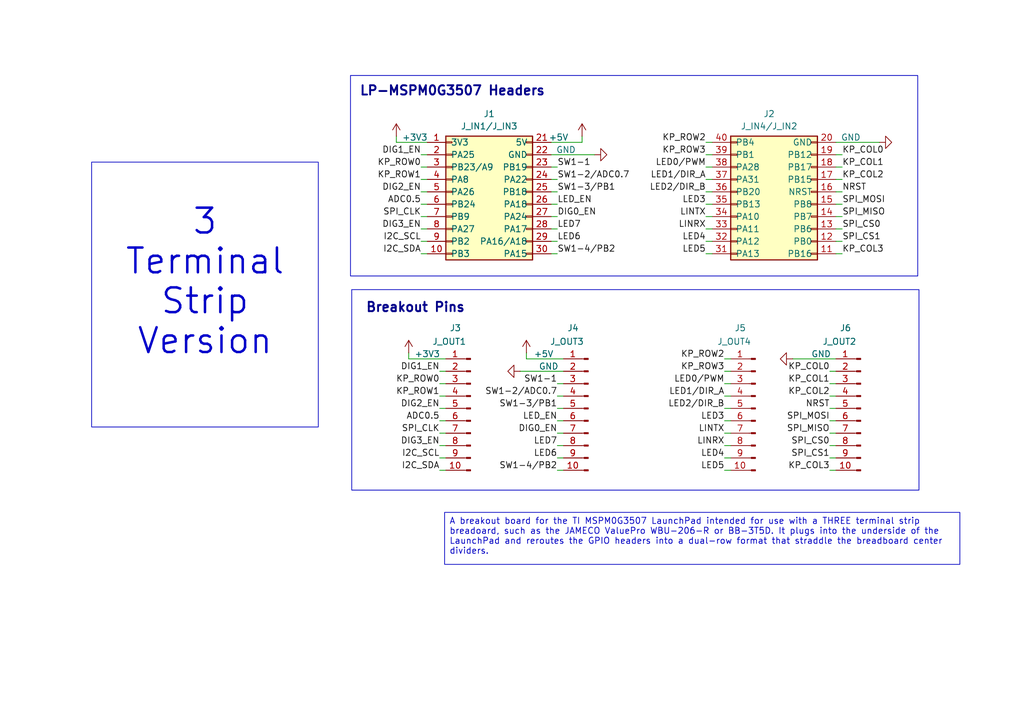
<source format=kicad_sch>
(kicad_sch (version 20250114) (generator "eeschema") (generator_version "9.0")
  (paper "A5")
  (title_block (title "CSC_202_LP_MSPM0G3507_3TERM_BREAKOUT") (company "MCC"))
  (lib_symbols
    (symbol "Conn_02x10_Counter_Clockwise_4" (pin_names (offset 1.016))
      (property "Reference" "J?" (at -2.54 16.002 0))
      (property "Value" "GPIO0" (at -2.54 13.462 0))
      (symbol "Conn_02x10_Counter_Clockwise_4_1_1"
        (rectangle (start -11.43 11.43) (end 6.35 -13.97) (stroke (width 0.254)) (fill (type background)))
        (rectangle (start -11.43 10.287) (end -10.16 10.033) (stroke (width 0.1524)))
        (rectangle (start -11.43 7.747) (end -10.16 7.493) (stroke (width 0.1524)))
        (rectangle (start -11.43 5.207) (end -10.16 4.953) (stroke (width 0.1524)))
        (rectangle (start -11.43 2.667) (end -10.16 2.413) (stroke (width 0.1524)))
        (rectangle (start -11.43 0.127) (end -10.16 -0.127) (stroke (width 0.1524)))
        (rectangle (start -11.43 -2.413) (end -10.16 -2.667) (stroke (width 0.1524)))
        (rectangle (start -11.43 -4.953) (end -10.16 -5.207) (stroke (width 0.1524)))
        (rectangle (start -11.43 -7.493) (end -10.16 -7.747) (stroke (width 0.1524)))
        (rectangle (start -11.43 -10.033) (end -10.16 -10.287) (stroke (width 0.1524)))
        (rectangle (start -11.43 -12.573) (end -10.16 -12.827) (stroke (width 0.1524)))
        (rectangle (start 6.35 10.287) (end 5.08 10.033) (stroke (width 0.1524)))
        (rectangle (start 6.35 7.747) (end 5.08 7.493) (stroke (width 0.1524)))
        (rectangle (start 6.35 5.207) (end 5.08 4.953) (stroke (width 0.1524)))
        (rectangle (start 6.35 2.667) (end 5.08 2.413) (stroke (width 0.1524)))
        (rectangle (start 6.35 0.127) (end 5.08 -0.127) (stroke (width 0.1524)))
        (rectangle (start 6.35 -2.413) (end 5.08 -2.667) (stroke (width 0.1524)))
        (rectangle (start 6.35 -4.953) (end 5.08 -5.207) (stroke (width 0.1524)))
        (rectangle (start 6.35 -7.493) (end 5.08 -7.747) (stroke (width 0.1524)))
        (rectangle (start 6.35 -10.033) (end 5.08 -10.287) (stroke (width 0.1524)))
        (rectangle (start 6.35 -12.573) (end 5.08 -12.827) (stroke (width 0.1524)))
        (pin passive line (at -15.24 10.16 0) (length 3.81) (name "3V3") (number "1"))
        (pin passive line (at -15.24 7.62 0) (length 3.81) (name "PA25") (number "2"))
        (pin passive line (at -15.24 5.08 0) (length 3.81) (name "PB23/A9") (number "3"))
        (pin passive line (at -15.24 2.54 0) (length 3.81) (name "PA8") (number "4"))
        (pin passive line (at -15.24 0 0) (length 3.81) (name "PA26") (number "5"))
        (pin passive line (at -15.24 -2.54 0) (length 3.81) (name "PB24") (number "6"))
        (pin passive line (at -15.24 -5.08 0) (length 3.81) (name "PB9") (number "7"))
        (pin passive line (at -15.24 -7.62 0) (length 3.81) (name "PA27") (number "8"))
        (pin passive line (at -15.24 -10.16 0) (length 3.81) (name "PB2") (number "9"))
        (pin passive line (at -15.24 -12.7 0) (length 3.81) (name "PB3") (number "10"))
        (pin passive line (at 10.16 10.16 180) (length 3.81) (name "5V") (number "21"))
        (pin passive line (at 10.16 7.62 180) (length 3.81) (name "GND") (number "22"))
        (pin passive line (at 10.16 5.08 180) (length 3.81) (name "PB19") (number "23"))
        (pin passive line (at 10.16 2.54 180) (length 3.81) (name "PA22") (number "24"))
        (pin passive line (at 10.16 0 180) (length 3.81) (name "PB18") (number "25"))
        (pin passive line (at 10.16 -2.54 180) (length 3.81) (name "PA18") (number "26"))
        (pin passive line (at 10.16 -5.08 180) (length 3.81) (name "PA24") (number "27"))
        (pin passive line (at 10.16 -7.62 180) (length 3.81) (name "PA17") (number "28"))
        (pin passive line (at 10.16 -10.16 180) (length 3.81) (name "PA16/A18") (number "29"))
        (pin passive line (at 10.16 -12.7 180) (length 3.81) (name "PA15") (number "30"))
      )
    )
    (symbol "Conn_02x10_Counter_Clockwise_5" (pin_names (offset 1.016))
      (symbol "Conn_02x10_Counter_Clockwise_5_1_1"
        (rectangle (start -8.89 11.43) (end 8.89 -13.97) (stroke (width 0.254)) (fill (type background)))
        (rectangle (start -8.89 10.287) (end -7.62 10.033) (stroke (width 0.1524)))
        (rectangle (start -8.89 7.747) (end -7.62 7.493) (stroke (width 0.1524)))
        (rectangle (start -8.89 5.207) (end -7.62 4.953) (stroke (width 0.1524)))
        (rectangle (start -8.89 2.667) (end -7.62 2.413) (stroke (width 0.1524)))
        (rectangle (start -8.89 0.127) (end -7.62 -0.127) (stroke (width 0.1524)))
        (rectangle (start -8.89 -2.413) (end -7.62 -2.667) (stroke (width 0.1524)))
        (rectangle (start -8.89 -4.953) (end -7.62 -5.207) (stroke (width 0.1524)))
        (rectangle (start -8.89 -7.493) (end -7.62 -7.747) (stroke (width 0.1524)))
        (rectangle (start -8.89 -10.033) (end -7.62 -10.287) (stroke (width 0.1524)))
        (rectangle (start -8.89 -12.573) (end -7.62 -12.827) (stroke (width 0.1524)))
        (rectangle (start 8.89 10.287) (end 7.62 10.033) (stroke (width 0.1524)))
        (rectangle (start 8.89 7.747) (end 7.62 7.493) (stroke (width 0.1524)))
        (rectangle (start 8.89 5.207) (end 7.62 4.953) (stroke (width 0.1524)))
        (rectangle (start 8.89 2.667) (end 7.62 2.413) (stroke (width 0.1524)))
        (rectangle (start 8.89 0.127) (end 7.62 -0.127) (stroke (width 0.1524)))
        (rectangle (start 8.89 -2.413) (end 7.62 -2.667) (stroke (width 0.1524)))
        (rectangle (start 8.89 -4.953) (end 7.62 -5.207) (stroke (width 0.1524)))
        (rectangle (start 8.89 -7.493) (end 7.62 -7.747) (stroke (width 0.1524)))
        (rectangle (start 8.89 -10.033) (end 7.62 -10.287) (stroke (width 0.1524)))
        (rectangle (start 8.89 -12.573) (end 7.62 -12.827) (stroke (width 0.1524)))
        (pin passive line (at -12.7 10.16 0) (length 3.81) (name "PB4") (number "40"))
        (pin passive line (at -12.7 7.62 0) (length 3.81) (name "PB1") (number "39"))
        (pin passive line (at -12.7 5.08 0) (length 3.81) (name "PA28") (number "38"))
        (pin passive line (at -12.7 2.54 0) (length 3.81) (name "PA31") (number "37"))
        (pin passive line (at -12.7 0 0) (length 3.81) (name "PB20") (number "36"))
        (pin passive line (at -12.7 -2.54 0) (length 3.81) (name "PB13") (number "35"))
        (pin passive line (at -12.7 -5.08 0) (length 3.81) (name "PA10") (number "34"))
        (pin passive line (at -12.7 -7.62 0) (length 3.81) (name "PA11") (number "33"))
        (pin passive line (at -12.7 -10.16 0) (length 3.81) (name "PA12") (number "32"))
        (pin passive line (at -12.7 -12.7 0) (length 3.81) (name "PA13") (number "31"))
        (pin passive line (at 12.7 10.16 180) (length 3.81) (name "GND") (number "20"))
        (pin passive line (at 12.7 7.62 180) (length 3.81) (name "PB12") (number "19"))
        (pin passive line (at 12.7 5.08 180) (length 3.81) (name "PB17") (number "18"))
        (pin passive line (at 12.7 2.54 180) (length 3.81) (name "PB15") (number "17"))
        (pin passive line (at 12.7 0 180) (length 3.81) (name "NRST") (number "16"))
        (pin passive line (at 12.7 -2.54 180) (length 3.81) (name "PB8") (number "15"))
        (pin passive line (at 12.7 -5.08 180) (length 3.81) (name "PB7") (number "14"))
        (pin passive line (at 12.7 -7.62 180) (length 3.81) (name "PB6") (number "13"))
        (pin passive line (at 12.7 -10.16 180) (length 3.81) (name "PB0") (number "12"))
        (pin passive line (at 12.7 -12.7 180) (length 3.81) (name "PB16") (number "11"))
      )
    )
    (symbol "Connector:Conn_01x10_Pin" (pin_names (offset 1.016) (hide yes))
      (property "Reference" "J" (at 0 12.7 0))
      (property "Value" "Conn_01x10_Pin" (at 0 -15.24 0))
      (symbol "Conn_01x10_Pin_1_1"
        (rectangle (start 0.8636 10.287) (end 0 10.033) (stroke (width 0.1524)) (fill (type outline)))
        (rectangle (start 0.8636 7.747) (end 0 7.493) (stroke (width 0.1524)) (fill (type outline)))
        (rectangle (start 0.8636 5.207) (end 0 4.953) (stroke (width 0.1524)) (fill (type outline)))
        (rectangle (start 0.8636 2.667) (end 0 2.413) (stroke (width 0.1524)) (fill (type outline)))
        (rectangle (start 0.8636 0.127) (end 0 -0.127) (stroke (width 0.1524)) (fill (type outline)))
        (rectangle (start 0.8636 -2.413) (end 0 -2.667) (stroke (width 0.1524)) (fill (type outline)))
        (rectangle (start 0.8636 -4.953) (end 0 -5.207) (stroke (width 0.1524)) (fill (type outline)))
        (rectangle (start 0.8636 -7.493) (end 0 -7.747) (stroke (width 0.1524)) (fill (type outline)))
        (rectangle (start 0.8636 -10.033) (end 0 -10.287) (stroke (width 0.1524)) (fill (type outline)))
        (rectangle (start 0.8636 -12.573) (end 0 -12.827) (stroke (width 0.1524)) (fill (type outline)))
        (polyline (pts (xy 1.27 10.16) (xy 0.8636 10.16)) (stroke (width 0.1524)))
        (polyline (pts (xy 1.27 7.62) (xy 0.8636 7.62)) (stroke (width 0.1524)))
        (polyline (pts (xy 1.27 5.08) (xy 0.8636 5.08)) (stroke (width 0.1524)))
        (polyline (pts (xy 1.27 2.54) (xy 0.8636 2.54)) (stroke (width 0.1524)))
        (polyline (pts (xy 1.27 0) (xy 0.8636 0)) (stroke (width 0.1524)))
        (polyline (pts (xy 1.27 -2.54) (xy 0.8636 -2.54)) (stroke (width 0.1524)))
        (polyline (pts (xy 1.27 -5.08) (xy 0.8636 -5.08)) (stroke (width 0.1524)))
        (polyline (pts (xy 1.27 -7.62) (xy 0.8636 -7.62)) (stroke (width 0.1524)))
        (polyline (pts (xy 1.27 -10.16) (xy 0.8636 -10.16)) (stroke (width 0.1524)))
        (polyline (pts (xy 1.27 -12.7) (xy 0.8636 -12.7)) (stroke (width 0.1524)))
        (pin passive line (at 5.08 10.16 180) (length 3.81) (name "Pin_1") (number "1"))
        (pin passive line (at 5.08 7.62 180) (length 3.81) (name "Pin_2") (number "2"))
        (pin passive line (at 5.08 5.08 180) (length 3.81) (name "Pin_3") (number "3"))
        (pin passive line (at 5.08 2.54 180) (length 3.81) (name "Pin_4") (number "4"))
        (pin passive line (at 5.08 0 180) (length 3.81) (name "Pin_5") (number "5"))
        (pin passive line (at 5.08 -2.54 180) (length 3.81) (name "Pin_6") (number "6"))
        (pin passive line (at 5.08 -5.08 180) (length 3.81) (name "Pin_7") (number "7"))
        (pin passive line (at 5.08 -7.62 180) (length 3.81) (name "Pin_8") (number "8"))
        (pin passive line (at 5.08 -10.16 180) (length 3.81) (name "Pin_9") (number "9"))
        (pin passive line (at 5.08 -12.7 180) (length 3.81) (name "Pin_10") (number "10"))
      )
    )
    (symbol "power:+3V3" (power) (pin_numbers (hide yes)) (pin_names (offset 0) (hide yes))
      (property "Value" "+3V3" (at 0 3.556 0))
      (symbol "+3V3_0_1"
        (polyline (pts (xy -0.762 1.27) (xy 0 2.54)))
        (polyline (pts (xy 0 2.54) (xy 0.762 1.27)))
        (polyline (pts (xy 0 0) (xy 0 2.54)))
      )
      (symbol "+3V3_1_1"
        (pin power_in line (at 0 0 90) (length 0) (name "~") (number "1"))
      )
    )
    (symbol "power:+5V" (power) (pin_numbers (hide yes)) (pin_names (offset 0) (hide yes))
      (property "Value" "+5V" (at 0 3.556 0))
      (symbol "+5V_0_1"
        (polyline (pts (xy -0.762 1.27) (xy 0 2.54)))
        (polyline (pts (xy 0 2.54) (xy 0.762 1.27)))
        (polyline (pts (xy 0 0) (xy 0 2.54)))
      )
      (symbol "+5V_1_1"
        (pin power_in line (at 0 0 90) (length 0) (name "~") (number "1"))
      )
    )
    (symbol "power:GND" (power) (pin_numbers (hide yes)) (pin_names (offset 0) (hide yes))
      (property "Value" "GND" (at 0 -3.81 0))
      (symbol "GND_0_1"
        (polyline (pts (xy 0 0) (xy 0 -1.27) (xy 1.27 -1.27) (xy 0 -2.54) (xy -1.27 -1.27) (xy 0 -1.27)))
      )
      (symbol "GND_1_1"
        (pin power_in line (at 0 0 270) (length 0) (name "~") (number "1"))
      )
    )
  )
  (rectangle (start 72.136 59.436) (end 188.468 100.584))
  (rectangle (start 71.882 15.494) (end 188.214 56.642))
  (text_box "\n3\nTerminal\nStrip\nVersion\n" (at 18.796 33.274 0) (size 46.482 54.356) (margins 0.9525 0.9525 0.9525 0.9525) (effects (font (size 5.08 5.08) (thickness 0.508) (bold yes)) (justify top)))
  (text_box "A breakout board for the TI MSPM0G3507 LaunchPad intended for use with a THREE terminal strip breadoard, such as the JAMECO ValuePro WBU-206-R or BB-3T5D. It plugs into the underside of the LaunchPad and reroutes the GPIO headers into a dual-row format that straddle the breadboard center dividers." (at 91.186 105.156 0) (size 105.664 10.668) (margins 0.9525 0.9525 0.9525 0.9525) (effects (font (size 1.27 1.27)) (justify left top)))
  (wire (pts (xy 114.3 39.37) (xy 113.03 39.37)))
  (wire (pts (xy 144.78 49.53) (xy 146.05 49.53)))
  (wire (pts (xy 114.3 91.44) (xy 115.57 91.44)))
  (wire (pts (xy 86.36 41.91) (xy 87.63 41.91)))
  (wire (pts (xy 107.95 72.39) (xy 107.95 73.66)))
  (wire (pts (xy 90.17 93.98) (xy 91.44 93.98)))
  (wire (pts (xy 172.72 46.99) (xy 171.45 46.99)))
  (wire (pts (xy 172.72 41.91) (xy 171.45 41.91)))
  (wire (pts (xy 114.3 93.98) (xy 115.57 93.98)))
  (wire (pts (xy 114.3 78.74) (xy 115.57 78.74)))
  (wire (pts (xy 114.3 41.91) (xy 113.03 41.91)))
  (wire (pts (xy 172.72 34.29) (xy 171.45 34.29)))
  (wire (pts (xy 114.3 86.36) (xy 115.57 86.36)))
  (wire (pts (xy 113.03 31.75) (xy 121.92 31.75)))
  (wire (pts (xy 148.59 78.74) (xy 149.86 78.74)))
  (wire (pts (xy 114.3 44.45) (xy 113.03 44.45)))
  (wire (pts (xy 86.36 52.07) (xy 87.63 52.07)))
  (wire (pts (xy 86.36 46.99) (xy 87.63 46.99)))
  (wire (pts (xy 148.59 96.52) (xy 149.86 96.52)))
  (wire (pts (xy 172.72 36.83) (xy 171.45 36.83)))
  (wire (pts (xy 144.78 31.75) (xy 146.05 31.75)))
  (wire (pts (xy 148.59 88.9) (xy 149.86 88.9)))
  (wire (pts (xy 170.18 83.82) (xy 171.45 83.82)))
  (wire (pts (xy 172.72 44.45) (xy 171.45 44.45)))
  (wire (pts (xy 144.78 44.45) (xy 146.05 44.45)))
  (wire (pts (xy 170.18 81.28) (xy 171.45 81.28)))
  (wire (pts (xy 172.72 52.07) (xy 171.45 52.07)))
  (wire (pts (xy 114.3 34.29) (xy 113.03 34.29)))
  (wire (pts (xy 90.17 86.36) (xy 91.44 86.36)))
  (wire (pts (xy 148.59 83.82) (xy 149.86 83.82)))
  (wire (pts (xy 90.17 96.52) (xy 91.44 96.52)))
  (wire (pts (xy 90.17 76.2) (xy 91.44 76.2)))
  (wire (pts (xy 90.17 91.44) (xy 91.44 91.44)))
  (wire (pts (xy 114.3 36.83) (xy 113.03 36.83)))
  (wire (pts (xy 170.18 91.44) (xy 171.45 91.44)))
  (wire (pts (xy 148.59 91.44) (xy 149.86 91.44)))
  (wire (pts (xy 144.78 29.21) (xy 146.05 29.21)))
  (wire (pts (xy 144.78 36.83) (xy 146.05 36.83)))
  (wire (pts (xy 86.36 31.75) (xy 87.63 31.75)))
  (wire (pts (xy 114.3 83.82) (xy 115.57 83.82)))
  (wire (pts (xy 144.78 52.07) (xy 146.05 52.07)))
  (wire (pts (xy 86.36 49.53) (xy 87.63 49.53)))
  (wire (pts (xy 90.17 78.74) (xy 91.44 78.74)))
  (wire (pts (xy 86.36 44.45) (xy 87.63 44.45)))
  (wire (pts (xy 170.18 76.2) (xy 171.45 76.2)))
  (wire (pts (xy 144.78 39.37) (xy 146.05 39.37)))
  (wire (pts (xy 114.3 46.99) (xy 113.03 46.99)))
  (wire (pts (xy 107.95 73.66) (xy 115.57 73.66)))
  (wire (pts (xy 119.38 27.94) (xy 119.38 29.21)))
  (wire (pts (xy 114.3 49.53) (xy 113.03 49.53)))
  (wire (pts (xy 148.59 81.28) (xy 149.86 81.28)))
  (wire (pts (xy 106.68 76.2) (xy 115.57 76.2)))
  (wire (pts (xy 162.56 73.66) (xy 171.45 73.66)))
  (wire (pts (xy 114.3 81.28) (xy 115.57 81.28)))
  (wire (pts (xy 86.36 36.83) (xy 87.63 36.83)))
  (wire (pts (xy 170.18 96.52) (xy 171.45 96.52)))
  (wire (pts (xy 172.72 39.37) (xy 171.45 39.37)))
  (wire (pts (xy 170.18 93.98) (xy 171.45 93.98)))
  (wire (pts (xy 90.17 88.9) (xy 91.44 88.9)))
  (wire (pts (xy 144.78 41.91) (xy 146.05 41.91)))
  (wire (pts (xy 113.03 29.21) (xy 119.38 29.21)))
  (wire (pts (xy 171.45 29.21) (xy 180.34 29.21)))
  (wire (pts (xy 170.18 78.74) (xy 171.45 78.74)))
  (wire (pts (xy 90.17 83.82) (xy 91.44 83.82)))
  (wire (pts (xy 144.78 46.99) (xy 146.05 46.99)))
  (wire (pts (xy 114.3 96.52) (xy 115.57 96.52)))
  (wire (pts (xy 114.3 52.07) (xy 113.03 52.07)))
  (wire (pts (xy 81.28 29.21) (xy 87.63 29.21)))
  (wire (pts (xy 114.3 88.9) (xy 115.57 88.9)))
  (wire (pts (xy 86.36 39.37) (xy 87.63 39.37)))
  (wire (pts (xy 86.36 34.29) (xy 87.63 34.29)))
  (wire (pts (xy 83.82 73.66) (xy 91.44 73.66)))
  (wire (pts (xy 81.28 27.94) (xy 81.28 29.21)))
  (wire (pts (xy 148.59 76.2) (xy 149.86 76.2)))
  (wire (pts (xy 144.78 34.29) (xy 146.05 34.29)))
  (wire (pts (xy 148.59 73.66) (xy 149.86 73.66)))
  (wire (pts (xy 148.59 86.36) (xy 149.86 86.36)))
  (wire (pts (xy 148.59 93.98) (xy 149.86 93.98)))
  (wire (pts (xy 172.72 49.53) (xy 171.45 49.53)))
  (wire (pts (xy 83.82 72.39) (xy 83.82 73.66)))
  (wire (pts (xy 170.18 88.9) (xy 171.45 88.9)))
  (wire (pts (xy 172.72 31.75) (xy 171.45 31.75)))
  (wire (pts (xy 170.18 86.36) (xy 171.45 86.36)))
  (wire (pts (xy 90.17 81.28) (xy 91.44 81.28)))
  (label "LED7" (at 114.3 91.44 180))
  (label "SW1-1" (at 114.3 78.74 180))
  (label "KP_ROW1" (at 90.17 81.28 180))
  (label "LINTX" (at 144.78 44.45 180))
  (label "LINRX" (at 144.78 46.99 180))
  (label "LED7" (at 114.3 46.99 0))
  (label "ADC0.5" (at 86.36 41.91 180))
  (label "KP_COL1" (at 172.72 34.29 0))
  (label "LINTX" (at 148.59 88.9 180))
  (label "KP_COL3" (at 170.18 96.52 180))
  (label "DIG3_EN" (at 90.17 91.44 180))
  (label "SW1-4{slash}PB2" (at 114.3 96.52 180))
  (label "SW1-3{slash}PB1" (at 114.3 39.37 0))
  (label "KP_COL1" (at 170.18 78.74 180))
  (label "LED2/DIR_B" (at 148.59 83.82 180))
  (label "LINRX" (at 148.59 91.44 180))
  (label "NRST" (at 170.18 83.82 180))
  (label "LED0/PWM" (at 148.59 78.74 180))
  (label "LED4" (at 144.78 49.53 180))
  (label "LED1/DIR_A" (at 148.59 81.28 180))
  (label "I2C_SCL" (at 90.17 93.98 180))
  (label "I2C_SDA" (at 90.17 96.52 180))
  (label "LED5" (at 148.59 96.52 180))
  (label "SW1-1" (at 114.3 34.29 0))
  (label "LED4" (at 148.59 93.98 180))
  (label "KP_COL0" (at 170.18 76.2 180))
  (label "SPI_CS0" (at 172.72 46.99 0))
  (label "LED1/DIR_A" (at 144.78 36.83 180))
  (label "SPI_MISO" (at 170.18 88.9 180))
  (label "DIG1_EN" (at 90.17 76.2 180))
  (label "LED5" (at 144.78 52.07 180))
  (label "KP_COL2" (at 172.72 36.83 0))
  (label "NRST" (at 172.72 39.37 0))
  (label "KP_ROW3" (at 144.78 31.75 180))
  (label "LED6" (at 114.3 93.98 180))
  (label "SW1-3{slash}PB1" (at 114.3 83.82 180))
  (label "SPI_MOSI" (at 170.18 86.36 180))
  (label "DIG3_EN" (at 86.36 46.99 180))
  (label "SPI_CLK" (at 90.17 88.9 180))
  (label "KP_COL0" (at 172.72 31.75 0))
  (label "KP_ROW0" (at 86.36 34.29 180))
  (label "SPI_CLK" (at 86.36 44.45 180))
  (label "DIG1_EN" (at 86.36 31.75 180))
  (label "SPI_CS1" (at 172.72 49.53 0))
  (label "LED0/PWM" (at 144.78 34.29 180))
  (label "SPI_MISO" (at 172.72 44.45 0))
  (label "DIG2_EN" (at 86.36 39.37 180))
  (label "KP_ROW2" (at 148.59 73.66 180))
  (label "KP_ROW2" (at 144.78 29.21 180))
  (label "LED3" (at 148.59 86.36 180))
  (label "LED2/DIR_B" (at 144.78 39.37 180))
  (label "KP_ROW1" (at 86.36 36.83 180))
  (label "LED_EN" (at 114.3 41.91 0))
  (label "SPI_CS0" (at 170.18 91.44 180))
  (label "LED3" (at 144.78 41.91 180))
  (label "DIG0_EN" (at 114.3 44.45 0))
  (label "SPI_MOSI" (at 172.72 41.91 0))
  (label "I2C_SDA" (at 86.36 52.07 180))
  (label "KP_ROW3" (at 148.59 76.2 180))
  (label "LED_EN" (at 114.3 86.36 180))
  (label "KP_COL3" (at 172.72 52.07 0))
  (label "SPI_CS1" (at 170.18 93.98 180))
  (label "ADC0.5" (at 90.17 86.36 180))
  (label "SW1-2{slash}ADC0.7" (at 114.3 36.83 0))
  (label "KP_COL2" (at 170.18 81.28 180))
  (label "I2C_SCL" (at 86.36 49.53 180))
  (label "LED6" (at 114.3 49.53 0))
  (label "LP-MSPM0G3507 Headers" (at 73.66 20.32 0) (effects (font (size 1.905 1.905) (thickness 0.381) (bold yes))))
  (label "KP_ROW0" (at 90.17 78.74 180))
  (label "SW1-2{slash}ADC0.7" (at 114.3 81.28 180))
  (label "DIG0_EN" (at 114.3 88.9 180))
  (label "Breakout Pins" (at 74.93 64.77 0) (effects (font (size 1.905 1.905) (thickness 0.381) (bold yes))))
  (label "SW1-4{slash}PB2" (at 114.3 52.07 0))
  (label "DIG2_EN" (at 90.17 83.82 180))
  (symbol (lib_id "Connector:Conn_01x10_Pin") (at 154.94 83.82 0) (mirror y) (unit 1)
    (property "Reference" "J5" (at 150.622 67.31 0) (effects (justify right)))
    (property "Value" "J_OUT4" (at 147.066 70.104 0) (effects (justify right)))
    (property "Footprint" "Connector_PinHeader_2.54mm:PinHeader_1x10_P2.54mm_Vertical" (effects (hide yes)))
    (property "Description" "Generic connector, single row, 01x10, script generated" (effects (hide yes)))
  )
  (symbol (lib_id "power:GND") (at 180.34 29.21 90) (unit 1)
    (property "Reference" "#PWR03" (effects (hide yes)))
    (property "Value" "GND" (at 174.498 28.194 90))
    (property "Description" "Power symbol creates a global label with name \"GND\" , ground" (effects (hide yes)))
  )
  (symbol (lib_id "power:GND") (at 162.56 73.66 270) (mirror x) (unit 1)
    (property "Reference" "#PWR07" (effects (hide yes)))
    (property "Value" "GND" (at 168.402 72.644 90))
    (property "Description" "Power symbol creates a global label with name \"GND\" , ground" (effects (hide yes)))
  )
  (symbol (lib_name "Conn_02x10_Counter_Clockwise_4") (lib_id "Connector_Generic:Conn_02x10_Counter_Clockwise") (at 102.87 39.37 0) (unit 1)
    (property "Reference" "J1" (at 100.33 23.368 0))
    (property "Value" "J_IN1/J_IN3" (at 100.33 25.908 0))
    (property "Footprint" "Connector_PinHeader_2.54mm:PinHeader_2x10_P2.54mm_Vertical" (effects (hide yes)))
    (property "Description" "Generic connector, double row, 02x10, counter clockwise pin numbering scheme (similar to DIP package numbering), script generated (kicad-library-utils/schlib/autogen/connector/)" (effects (hide yes)))
  )
  (symbol (lib_id "power:GND") (at 121.92 31.75 90) (unit 1)
    (property "Reference" "#PWR04" (effects (hide yes)))
    (property "Value" "GND" (at 116.078 30.734 90))
    (property "Description" "Power symbol creates a global label with name \"GND\" , ground" (effects (hide yes)))
  )
  (symbol (lib_id "power:+5V") (at 107.95 72.39 0) (mirror y) (unit 1)
    (property "Reference" "#PWR06" (effects (hide yes)))
    (property "Value" "+5V" (at 111.506 72.644 0))
    (property "Description" "Power symbol creates a global label with name \"+5V\"" (effects (hide yes)))
  )
  (symbol (lib_id "power:+5V") (at 119.38 27.94 0) (unit 1)
    (property "Reference" "#PWR02" (effects (hide yes)))
    (property "Value" "+5V" (at 114.554 28.194 0))
    (property "Description" "Power symbol creates a global label with name \"+5V\"" (effects (hide yes)))
  )
  (symbol (lib_name "Conn_02x10_Counter_Clockwise_5") (lib_id "Connector_Generic:Conn_02x10_Counter_Clockwise") (at 158.75 39.37 0) (unit 1)
    (property "Reference" "J2" (at 157.734 23.368 0))
    (property "Value" "J_IN4/J_IN2" (at 157.734 25.908 0))
    (property "Footprint" "Connector_PinHeader_2.54mm:PinHeader_2x10_P2.54mm_Vertical" (effects (hide yes)))
    (property "Description" "Generic connector, double row, 02x10, counter clockwise pin numbering scheme (similar to DIP package numbering), script generated (kicad-library-utils/schlib/autogen/connector/)" (effects (hide yes)))
  )
  (symbol (lib_id "power:+3V3") (at 83.82 72.39 0) (unit 1)
    (property "Reference" "#PWR05" (effects (hide yes)))
    (property "Value" "+3V3" (at 87.63 72.644 0))
    (property "Description" "Power symbol creates a global label with name \"+3V3\"" (effects (hide yes)))
  )
  (symbol (lib_id "Connector:Conn_01x10_Pin") (at 176.53 83.82 0) (mirror y) (unit 1)
    (property "Reference" "J6" (at 172.212 67.31 0) (effects (justify right)))
    (property "Value" "J_OUT2" (at 168.656 70.104 0) (effects (justify right)))
    (property "Footprint" "Connector_PinHeader_2.54mm:PinHeader_1x10_P2.54mm_Vertical" (effects (hide yes)))
    (property "Description" "Generic connector, single row, 01x10, script generated" (effects (hide yes)))
  )
  (symbol (lib_id "Connector:Conn_01x10_Pin") (at 120.65 83.82 0) (mirror y) (unit 1)
    (property "Reference" "J4" (at 116.332 67.31 0) (effects (justify right)))
    (property "Value" "J_OUT3" (at 112.776 70.104 0) (effects (justify right)))
    (property "Footprint" "Connector_PinHeader_2.54mm:PinHeader_1x10_P2.54mm_Vertical" (effects (hide yes)))
    (property "Description" "Generic connector, single row, 01x10, script generated" (effects (hide yes)))
  )
  (symbol (lib_id "power:+3V3") (at 81.28 27.94 0) (unit 1)
    (property "Reference" "#PWR01" (effects (hide yes)))
    (property "Value" "+3V3" (at 85.09 28.194 0))
    (property "Description" "Power symbol creates a global label with name \"+3V3\"" (effects (hide yes)))
  )
  (symbol (lib_id "power:GND") (at 106.68 76.2 270) (mirror x) (unit 1)
    (property "Reference" "#PWR09" (effects (hide yes)))
    (property "Value" "GND" (at 112.522 75.184 90))
    (property "Description" "Power symbol creates a global label with name \"GND\" , ground" (effects (hide yes)))
  )
  (symbol (lib_id "Connector:Conn_01x10_Pin") (at 96.52 83.82 0) (mirror y) (unit 1)
    (property "Reference" "J3" (at 92.202 67.31 0) (effects (justify right)))
    (property "Value" "J_OUT1" (at 88.646 70.104 0) (effects (justify right)))
    (property "Footprint" "Connector_PinHeader_2.54mm:PinHeader_1x10_P2.54mm_Vertical" (effects (hide yes)))
    (property "Description" "Generic connector, single row, 01x10, script generated" (effects (hide yes)))
  )
)
</source>
